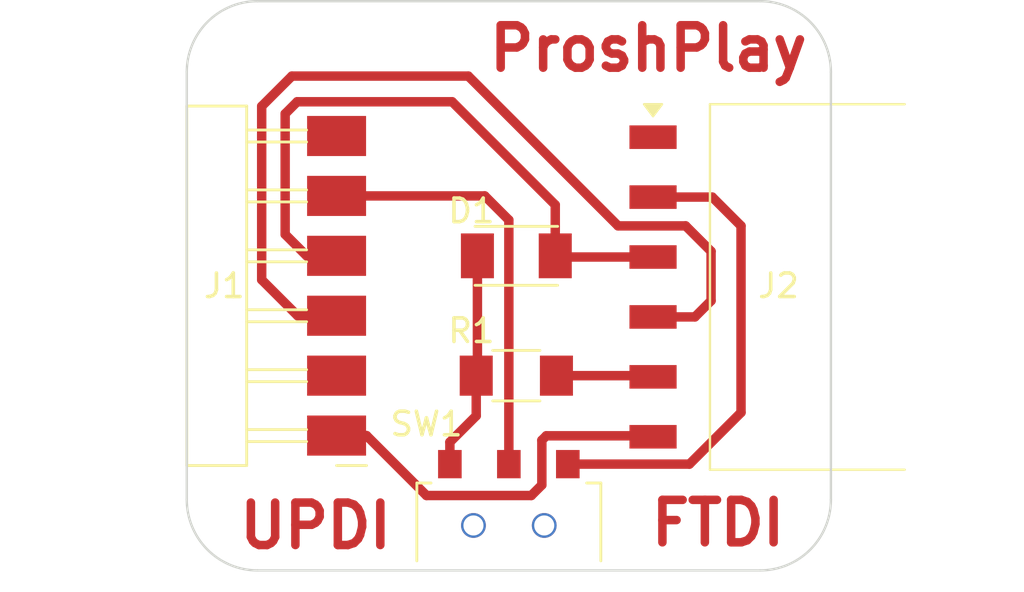
<source format=kicad_pcb>
(kicad_pcb (version 20241229) (generator "pcbnew") (generator_version "9.0")
  (layers (0 "F.Cu" signal) (2 "B.Cu" signal) (13 "F.Paste" user) (15 "B.Paste" user) (5 "F.SilkS" user "F.Silkscreen") (7 "B.SilkS" user "B.Silkscreen") (1 "F.Mask" user) (3 "B.Mask" user) (25 "Edge.Cuts" user))
  (net 0 "")
  (net 1 "TX")
  (net 3 "GND")
  (net 4 "VCC")
  (net 5 "RX")
  (net 7 "UPDI")
  (net 8 "T-RX")
  (net 10 "UPDI-RX")
  (footprint "fab:PinHeader_1x06_P2.54mm_Horizontal_SMD" (layer "F.Cu") (at 84.455 90.17 180)
    (property "Reference" "J1" (at 5.715 6.35 0) (layer "F.SilkS") (effects (justify left)))
    (property "Value" "1x06_P2.54mm_Horizontal_SMD")
    (fp_line (start 6.35 13.97) (end 3.81 13.97) (stroke (width 0.12)) (layer "F.SilkS"))
    (fp_line (start 6.35 -1.27) (end 6.35 13.97) (stroke (width 0.12)) (layer "F.SilkS"))
    (fp_line (start 3.81 13.97) (end 3.81 -1.27) (stroke (width 0.12)) (layer "F.SilkS"))
    (fp_line (start 3.81 12.954) (end 1.27 12.954) (stroke (width 0.12)) (layer "F.SilkS"))
    (fp_line (start 3.81 12.446) (end 1.27 12.446) (stroke (width 0.12)) (layer "F.SilkS"))
    (fp_line (start 3.81 10.414) (end 1.27 10.414) (stroke (width 0.12)) (layer "F.SilkS"))
    (fp_line (start 3.81 9.906) (end 1.27 9.906) (stroke (width 0.12)) (layer "F.SilkS"))
    (fp_line (start 3.81 7.874) (end 1.27 7.874) (stroke (width 0.12)) (layer "F.SilkS"))
    (fp_line (start 3.81 7.366) (end 1.27 7.366) (stroke (width 0.12)) (layer "F.SilkS"))
    (fp_line (start 3.81 5.334) (end 1.27 5.334) (stroke (width 0.12)) (layer "F.SilkS"))
    (fp_line (start 3.81 4.826) (end 1.27 4.826) (stroke (width 0.12)) (layer "F.SilkS"))
    (fp_line (start 3.81 2.794) (end 1.27 2.794) (stroke (width 0.12)) (layer "F.SilkS"))
    (fp_line (start 3.81 2.286) (end 1.27 2.286) (stroke (width 0.12)) (layer "F.SilkS"))
    (fp_line (start 3.81 0.254) (end 1.27 0.254) (stroke (width 0.12)) (layer "F.SilkS"))
    (fp_line (start 3.81 -0.254) (end 1.27 -0.254) (stroke (width 0.12)) (layer "F.SilkS"))
    (fp_line (start 3.81 -1.27) (end 6.35 -1.27) (stroke (width 0.12)) (layer "F.SilkS"))
    (fp_line (start -1.27 -1.27) (end 0 -1.27) (stroke (width 0.12)) (layer "F.SilkS"))
    (pad "1" smd rect (at 0 0 180) (size 2.5 1.7) (layers "F.Cu" "F.Mask" "F.Paste") (net 3 "GND"))
    (pad "2" smd rect (at 0 2.54 180) (size 2.5 1.7) (layers "F.Cu" "F.Mask" "F.Paste"))
    (pad "3" smd rect (at 0 5.08 180) (size 2.5 1.7) (layers "F.Cu" "F.Mask" "F.Paste") (net 4 "VCC"))
    (pad "4" smd rect (at 0 7.62 180) (size 2.5 1.7) (layers "F.Cu" "F.Mask" "F.Paste") (net 1 "TX"))
    (pad "5" smd rect (at 0 10.16 180) (size 2.5 1.7) (layers "F.Cu" "F.Mask" "F.Paste") (net 5 "RX"))
    (pad "6" smd rect (at 0 12.7 180) (size 2.5 1.7) (layers "F.Cu" "F.Mask" "F.Paste"))
  )
  (footprint "fab:Switch_Slide_RightAngle_CnK_AYZ0102AGRLC_7.2x3mm" (layer "F.Cu") (at 91.7575 93.98)
    (property "Reference" "SW1" (at -3.4925 -4.3 0) (layer "F.SilkS"))
    (property "Value" "Switch_Slide_RightAngle_CnK")
    (fp_line (start -3.9 -1.8) (end -3.9 1.5) (stroke (width 0.12)) (layer "F.SilkS"))
    (fp_line (start -3.9 -1.8) (end -3.3 -1.8) (stroke (width 0.12)) (layer "F.SilkS"))
    (fp_line (start 3.9 -1.8) (end 3.3 -1.8) (stroke (width 0.12)) (layer "F.SilkS"))
    (fp_line (start 3.9 1.5) (end 3.9 -1.8) (stroke (width 0.12)) (layer "F.SilkS"))
    (pad "" thru_hole circle (at -1.5 0 90) (size 1.05 1.05) (drill 0.85) (layers "*.Cu" "*.Mask"))
    (pad "" thru_hole circle (at 1.5 0) (size 1.05 1.05) (drill 0.85) (layers "*.Cu" "*.Mask"))
    (pad "1" smd rect (at -2.5 -2.6) (size 1 1.2) (layers "F.Cu" "F.Mask" "F.Paste") (net 10 "UPDI-RX"))
    (pad "2" smd rect (at 0 -2.6) (size 1 1.2) (layers "F.Cu" "F.Mask" "F.Paste") (net 5 "RX"))
    (pad "3" smd rect (at 2.5 -2.6) (size 1 1.2) (layers "F.Cu" "F.Mask" "F.Paste") (net 8 "T-RX"))
  )
  (footprint "fab:PinSocket_1x06_P2.54mm_Horizontal_SMD" (layer "F.Cu") (at 97.87 77.52)
    (property "Reference" "J2" (at 4.365 6.3 180) (layer "F.SilkS") (effects (justify left)))
    (property "Value" "1x06 Pin header 2.54 SMD")
    (fp_line (start 2.413 -1.397) (end 2.413 14.097) (stroke (width 0.1)) (layer "F.SilkS"))
    (fp_line (start 2.413 14.097) (end 10.668 14.097) (stroke (width 0.1)) (layer "F.SilkS"))
    (fp_line (start 10.668 -1.397) (end 2.413 -1.397) (stroke (width 0.1)) (layer "F.SilkS"))
    (fp_poly (pts (xy 0 -0.889) (xy -0.381 -1.397) (xy 0.381 -1.397)) (stroke (width 0.1)) (fill yes) (layer "F.SilkS"))
    (pad "1" smd rect (at 0 0) (size 2 1) (layers "F.Cu" "F.Mask" "F.Paste"))
    (pad "2" smd rect (at 0 2.54) (size 2 1) (layers "F.Cu" "F.Mask" "F.Paste") (net 8 "T-RX"))
    (pad "3" smd rect (at 0 5.08) (size 2 1) (layers "F.Cu" "F.Mask" "F.Paste") (net 1 "TX"))
    (pad "4" smd rect (at 0 7.62) (size 2 1) (layers "F.Cu" "F.Mask" "F.Paste") (net 4 "VCC"))
    (pad "5" smd rect (at 0 10.16) (size 2 1) (layers "F.Cu" "F.Mask" "F.Paste") (net 7 "UPDI"))
    (pad "6" smd rect (at 0 12.7) (size 2 1) (layers "F.Cu" "F.Mask" "F.Paste") (net 3 "GND"))
  )
  (footprint "fab:Diode_Schottky_MiniSMA" (layer "F.Cu") (at 92.075 82.55 180)
    (property "Reference" "D1" (at 1.905 1.905 0) (layer "F.SilkS"))
    (property "Value" "1N5817 / shotkey 100mA")
    (fp_line (start -1.75 1.25) (end 1.75 1.25) (stroke (width 0.12)) (layer "F.SilkS"))
    (fp_line (start -1.75 -1.25) (end 1.75 -1.25) (stroke (width 0.12)) (layer "F.SilkS"))
    (pad "1" smd rect (at -1.65 0 180) (size 1.4 1.9) (layers "F.Cu" "F.Mask" "F.Paste") (net 1 "TX"))
    (pad "2" smd rect (at 1.65 0 180) (size 1.4 1.9) (layers "F.Cu" "F.Mask" "F.Paste") (net 10 "UPDI-RX"))
  )
  (footprint "fab:R_1206" (layer "F.Cu") (at 92.075 87.63)
    (property "Reference" "R1" (at -1.905 -1.905 0) (layer "F.SilkS"))
    (property "Value" "499 Ohm")
    (fp_line (start -1 -1.07) (end 1 -1.07) (stroke (width 0.12)) (layer "F.SilkS"))
    (fp_line (start 1 1.07) (end -1 1.07) (stroke (width 0.12)) (layer "F.SilkS"))
    (pad "1" smd rect (at -1.7 0) (size 1.4 1.7) (layers "F.Cu" "F.Mask" "F.Paste") (net 10 "UPDI-RX"))
    (pad "2" smd rect (at 1.7 0) (size 1.4 1.7) (layers "F.Cu" "F.Mask" "F.Paste") (net 7 "UPDI"))
  )
  (gr_line (start 102.41 95.885) (end 81.105 95.885) (stroke (width 0.1)) (layer "Edge.Cuts"))
  (gr_arc (start 78.105 74.755) (mid 78.98368 72.63368) (end 81.105 71.755) (stroke (width 0.1)) (layer "Edge.Cuts"))
  (gr_line (start 105.41 74.755) (end 105.41 92.885) (stroke (width 0.1)) (layer "Edge.Cuts"))
  (gr_line (start 81.105 71.755) (end 102.41 71.755) (stroke (width 0.1)) (layer "Edge.Cuts"))
  (gr_arc (start 102.41 71.755) (mid 104.53132 72.63368) (end 105.41 74.755) (stroke (width 0.1)) (layer "Edge.Cuts"))
  (gr_arc (start 105.41 92.885) (mid 104.53132 95.00632) (end 102.41 95.885) (stroke (width 0.1)) (layer "Edge.Cuts"))
  (gr_line (start 78.105 92.885) (end 78.105 74.755) (stroke (width 0.1)) (layer "Edge.Cuts"))
  (gr_arc (start 81.105 95.885) (mid 78.98368 95.00632) (end 78.105 92.885) (stroke (width 0.1)) (layer "Edge.Cuts"))
  (gr_text "UPDI" (at 80.157454 95.048171 0) (layer "F.Cu") (effects (font (size 1.8 1.8) (thickness 0.36) (bold yes)) (justify left bottom)))
  (gr_text "FTDI" (at 97.601538 94.933376 0) (layer "F.Cu") (effects (font (size 1.8 1.8) (thickness 0.36) (bold yes)) (justify left bottom)))
  (gr_text "ProshPlay" (at 90.746453 74.813874 0) (layer "F.Cu") (effects (font (size 1.8 1.8) (thickness 0.36) (bold yes)) (justify left bottom)))
  (segment (start 93.725 80.39) (end 93.725 82.55) (width 0.4) (layer "F.Cu") (net 1))
  (segment (start 82.785 76.019) (end 89.354 76.019) (width 0.4) (layer "F.Cu") (net 1))
  (segment (start 82.275331 81.640331) (end 82.275331 76.528669) (width 0.4) (layer "F.Cu") (net 1))
  (segment (start 82.275331 76.528669) (end 82.785 76.019) (width 0.4) (layer "F.Cu") (net 1))
  (segment (start 97.87 82.6) (end 93.775 82.6) (width 0.4) (layer "F.Cu") (net 1))
  (segment (start 89.354 76.019) (end 93.725 80.39) (width 0.4) (layer "F.Cu") (net 1))
  (segment (start 93.775 82.6) (end 93.725 82.55) (width 0.4) (layer "F.Cu") (net 1))
  (segment (start 84.455 82.55) (end 83.185 82.55) (width 0.4) (layer "F.Cu") (net 1))
  (segment (start 83.185 82.55) (end 82.275331 81.640331) (width 0.4) (layer "F.Cu") (net 1))
  (segment (start 93.1565 92.2635) (end 92.71 92.71) (width 0.4) (layer "F.Cu") (net 3))
  (segment (start 93.1565 90.3675) (end 93.1565 92.2635) (width 0.4) (layer "F.Cu") (net 3))
  (segment (start 88.265 92.71) (end 85.725 90.17) (width 0.4) (layer "F.Cu") (net 3))
  (segment (start 97.87 90.22) (end 97.829 90.179) (width 0.4) (layer "F.Cu") (net 3))
  (segment (start 92.71 92.71) (end 88.265 92.71) (width 0.4) (layer "F.Cu") (net 3))
  (segment (start 85.725 90.17) (end 84.455 90.17) (width 0.4) (layer "F.Cu") (net 3))
  (segment (start 93.345 90.179) (end 93.1565 90.3675) (width 0.4) (layer "F.Cu") (net 3))
  (segment (start 97.829 90.179) (end 93.345 90.179) (width 0.4) (layer "F.Cu") (net 3))
  (segment (start 82.805 85.09) (end 81.28 83.565) (width 0.4) (layer "F.Cu") (net 4))
  (segment (start 84.455 85.09) (end 82.805 85.09) (width 0.4) (layer "F.Cu") (net 4))
  (segment (start 81.28 83.565) (end 81.28 76.210215) (width 0.4) (layer "F.Cu") (net 4))
  (segment (start 99.252 81.28) (end 100.33 82.358) (width 0.4) (layer "F.Cu") (net 4))
  (segment (start 82.560215 74.93) (end 90.038 74.93) (width 0.4) (layer "F.Cu") (net 4))
  (segment (start 81.28 76.210215) (end 82.560215 74.93) (width 0.4) (layer "F.Cu") (net 4))
  (segment (start 100.33 84.455) (end 99.645 85.14) (width 0.4) (layer "F.Cu") (net 4))
  (segment (start 99.645 85.14) (end 97.87 85.14) (width 0.4) (layer "F.Cu") (net 4))
  (segment (start 96.388 81.28) (end 99.252 81.28) (width 0.4) (layer "F.Cu") (net 4))
  (segment (start 90.038 74.93) (end 96.388 81.28) (width 0.4) (layer "F.Cu") (net 4))
  (segment (start 100.33 82.358) (end 100.33 84.455) (width 0.4) (layer "F.Cu") (net 4))
  (segment (start 84.455 80.01) (end 90.737 80.01) (width 0.4) (layer "F.Cu") (net 5))
  (segment (start 91.7575 81.0305) (end 91.7575 91.38) (width 0.4) (layer "F.Cu") (net 5))
  (segment (start 90.737 80.01) (end 91.7575 81.0305) (width 0.4) (layer "F.Cu") (net 5))
  (segment (start 93.775 87.63) (end 97.82 87.63) (width 0.4) (layer "F.Cu") (net 7))
  (segment (start 97.82 87.63) (end 97.87 87.68) (width 0.4) (layer "F.Cu") (net 7))
  (segment (start 101.6 89.192) (end 99.412 91.38) (width 0.4) (layer "F.Cu") (net 8))
  (segment (start 101.6 81.28) (end 101.6 89.192) (width 0.4) (layer "F.Cu") (net 8))
  (segment (start 99.412 91.38) (end 94.2575 91.38) (width 0.4) (layer "F.Cu") (net 8))
  (segment (start 97.87 80.06) (end 100.38 80.06) (width 0.4) (layer "F.Cu") (net 8))
  (segment (start 100.38 80.06) (end 101.6 81.28) (width 0.4) (layer "F.Cu") (net 8))
  (segment (start 90.425 87.58) (end 90.375 87.63) (width 0.4) (layer "F.Cu") (net 10))
  (segment (start 90.375 87.63) (end 90.375 89.33) (width 0.4) (layer "F.Cu") (net 10))
  (segment (start 90.375 89.33) (end 89.2575 90.4475) (width 0.4) (layer "F.Cu") (net 10))
  (segment (start 90.425 82.55) (end 90.425 87.58) (width 0.4) (layer "F.Cu") (net 10))
  (segment (start 89.2575 90.4475) (end 89.2575 91.38) (width 0.4) (layer "F.Cu") (net 10))
)
</source>
